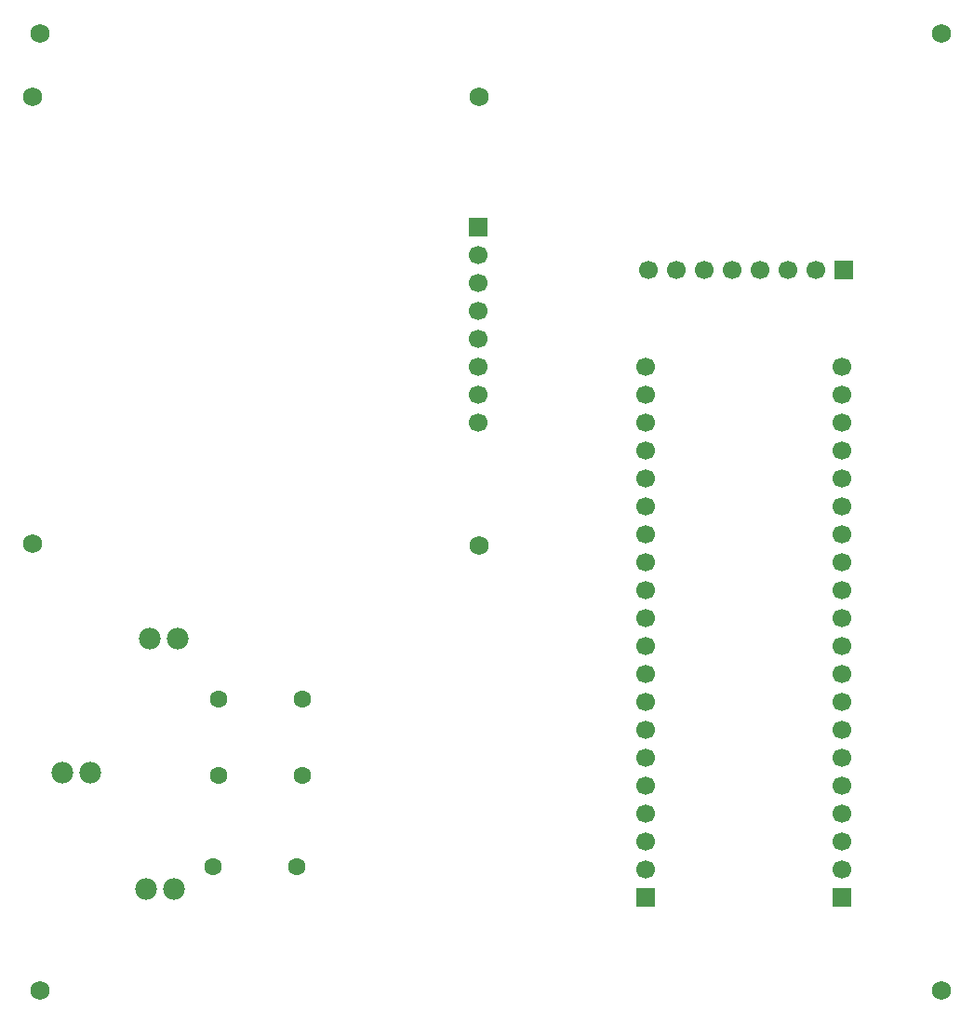
<source format=gts>
G04*
G04 #@! TF.GenerationSoftware,Altium Limited,Altium Designer,19.0.15 (446)*
G04*
G04 Layer_Color=8388736*
%FSLAX42Y42*%
%MOMM*%
G71*
G01*
G75*
%ADD13C,1.70*%
%ADD14R,1.70X1.70*%
%ADD15C,1.73*%
%ADD16C,1.98*%
%ADD17C,1.60*%
%ADD18R,1.70X1.70*%
D13*
X7696Y6071D02*
D03*
Y5817D02*
D03*
Y5563D02*
D03*
Y5309D02*
D03*
Y5055D02*
D03*
Y4801D02*
D03*
Y4547D02*
D03*
Y4293D02*
D03*
Y4039D02*
D03*
Y3785D02*
D03*
Y3531D02*
D03*
Y3277D02*
D03*
Y3023D02*
D03*
Y2769D02*
D03*
Y2515D02*
D03*
Y2261D02*
D03*
Y2007D02*
D03*
Y1753D02*
D03*
Y1499D02*
D03*
X5906D02*
D03*
Y1753D02*
D03*
Y2007D02*
D03*
Y2261D02*
D03*
Y2515D02*
D03*
Y2769D02*
D03*
Y3023D02*
D03*
Y3277D02*
D03*
Y3531D02*
D03*
Y3785D02*
D03*
Y4039D02*
D03*
Y4293D02*
D03*
Y4547D02*
D03*
Y4801D02*
D03*
Y5055D02*
D03*
Y5309D02*
D03*
Y5563D02*
D03*
Y5817D02*
D03*
Y6071D02*
D03*
X7455Y6947D02*
D03*
X7201D02*
D03*
X6947D02*
D03*
X6693D02*
D03*
X6439D02*
D03*
X6185D02*
D03*
X5931D02*
D03*
X4381Y7087D02*
D03*
Y6833D02*
D03*
Y6579D02*
D03*
Y6325D02*
D03*
Y6071D02*
D03*
Y5817D02*
D03*
Y5563D02*
D03*
D14*
X7696Y1245D02*
D03*
X5906D02*
D03*
X4381Y7341D02*
D03*
D15*
X4394Y4445D02*
D03*
Y8522D02*
D03*
X330Y4458D02*
D03*
Y8522D02*
D03*
X400Y9100D02*
D03*
X8600D02*
D03*
Y400D02*
D03*
X400D02*
D03*
D16*
X597Y2375D02*
D03*
X851D02*
D03*
X1613Y1321D02*
D03*
X1359D02*
D03*
X1651Y3594D02*
D03*
X1397D02*
D03*
D17*
X1968Y1524D02*
D03*
X2731D02*
D03*
X2019Y2350D02*
D03*
X2781D02*
D03*
X2019Y3048D02*
D03*
X2781D02*
D03*
D18*
X7709Y6947D02*
D03*
M02*

</source>
